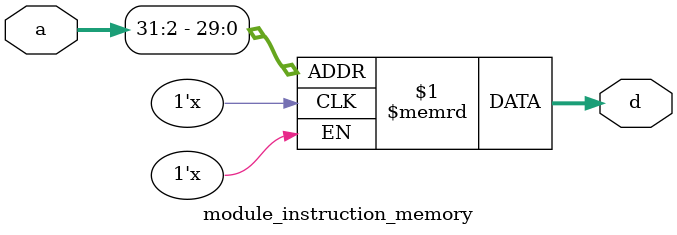
<source format=sv>
`ifndef __FILE_INSTRUCTION_MEMORY_V
`define __FILE_INSTRUCTION_MEMORY_V

(* dont_touch = "yes" *) module module_instruction_memory #(
    parameter WORD_CNT = 16, // number of words (32b) in memory
    parameter MEM_FILE = ""
) (
    input  [31:0] a,

    output [31:0] d
);

    logic [31:0] ram [WORD_CNT-1:0];

    initial begin
        if (MEM_FILE != "") begin
            $readmemh(MEM_FILE, ram, 0, WORD_CNT-1);
        end
    end

    assign d = ram[a[31:2]];

endmodule

`endif // __FILE_INSTRUCTION_MEMORY_V
</source>
